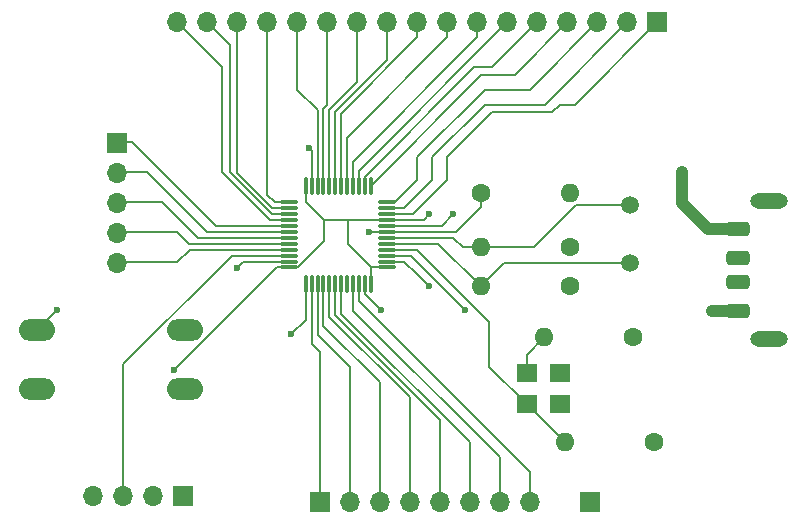
<source format=gbr>
%TF.GenerationSoftware,KiCad,Pcbnew,7.0.10*%
%TF.CreationDate,2024-03-02T18:49:49+09:00*%
%TF.ProjectId,STM32F103x8,53544d33-3246-4313-9033-78382e6b6963,rev?*%
%TF.SameCoordinates,Original*%
%TF.FileFunction,Copper,L1,Top*%
%TF.FilePolarity,Positive*%
%FSLAX46Y46*%
G04 Gerber Fmt 4.6, Leading zero omitted, Abs format (unit mm)*
G04 Created by KiCad (PCBNEW 7.0.10) date 2024-03-02 18:49:49*
%MOMM*%
%LPD*%
G01*
G04 APERTURE LIST*
G04 Aperture macros list*
%AMRoundRect*
0 Rectangle with rounded corners*
0 $1 Rounding radius*
0 $2 $3 $4 $5 $6 $7 $8 $9 X,Y pos of 4 corners*
0 Add a 4 corners polygon primitive as box body*
4,1,4,$2,$3,$4,$5,$6,$7,$8,$9,$2,$3,0*
0 Add four circle primitives for the rounded corners*
1,1,$1+$1,$2,$3*
1,1,$1+$1,$4,$5*
1,1,$1+$1,$6,$7*
1,1,$1+$1,$8,$9*
0 Add four rect primitives between the rounded corners*
20,1,$1+$1,$2,$3,$4,$5,0*
20,1,$1+$1,$4,$5,$6,$7,0*
20,1,$1+$1,$6,$7,$8,$9,0*
20,1,$1+$1,$8,$9,$2,$3,0*%
G04 Aperture macros list end*
%TA.AperFunction,ComponentPad*%
%ADD10R,1.700000X1.700000*%
%TD*%
%TA.AperFunction,ComponentPad*%
%ADD11O,1.700000X1.700000*%
%TD*%
%TA.AperFunction,SMDPad,CuDef*%
%ADD12RoundRect,0.300000X-0.700000X-0.300000X0.700000X-0.300000X0.700000X0.300000X-0.700000X0.300000X0*%
%TD*%
%TA.AperFunction,ComponentPad*%
%ADD13O,3.200000X1.300000*%
%TD*%
%TA.AperFunction,ComponentPad*%
%ADD14C,1.500000*%
%TD*%
%TA.AperFunction,ComponentPad*%
%ADD15O,3.048000X1.850000*%
%TD*%
%TA.AperFunction,SMDPad,CuDef*%
%ADD16R,1.800000X1.540000*%
%TD*%
%TA.AperFunction,ComponentPad*%
%ADD17C,1.600000*%
%TD*%
%TA.AperFunction,ComponentPad*%
%ADD18O,1.600000X1.600000*%
%TD*%
%TA.AperFunction,SMDPad,CuDef*%
%ADD19RoundRect,0.075000X0.662500X0.075000X-0.662500X0.075000X-0.662500X-0.075000X0.662500X-0.075000X0*%
%TD*%
%TA.AperFunction,SMDPad,CuDef*%
%ADD20RoundRect,0.075000X0.075000X0.662500X-0.075000X0.662500X-0.075000X-0.662500X0.075000X-0.662500X0*%
%TD*%
%TA.AperFunction,ViaPad*%
%ADD21C,0.600000*%
%TD*%
%TA.AperFunction,ViaPad*%
%ADD22C,1.000000*%
%TD*%
%TA.AperFunction,Conductor*%
%ADD23C,0.200000*%
%TD*%
%TA.AperFunction,Conductor*%
%ADD24C,1.000000*%
%TD*%
G04 APERTURE END LIST*
D10*
%TO.P,J3,1,Pin_1*%
%TO.N,Net-(J3-Pin_1)*%
X167005000Y-96520000D03*
%TD*%
%TO.P,J2,1,Pin_1*%
%TO.N,Net-(J2-Pin_1)*%
X127000000Y-66045000D03*
D11*
%TO.P,J2,2,Pin_2*%
%TO.N,Net-(J2-Pin_2)*%
X127000000Y-68585000D03*
%TO.P,J2,3,Pin_3*%
%TO.N,Net-(J2-Pin_3)*%
X127000000Y-71125000D03*
%TO.P,J2,4,Pin_4*%
%TO.N,Net-(J2-Pin_4)*%
X127000000Y-73665000D03*
%TO.P,J2,5,Pin_5*%
%TO.N,Net-(J2-Pin_5)*%
X127000000Y-76205000D03*
%TD*%
D12*
%TO.P,J4,1,VBUS*%
%TO.N,Net-(J4-VBUS)*%
X179555000Y-73335000D03*
%TO.P,J4,2,D-*%
%TO.N,unconnected-(J4-D--Pad2)*%
X179555000Y-75835000D03*
%TO.P,J4,3,D+*%
%TO.N,unconnected-(J4-D+-Pad3)*%
X179555000Y-77835000D03*
%TO.P,J4,4,GND*%
%TO.N,GND*%
X179555000Y-80335000D03*
D13*
%TO.P,J4,5,Shield*%
%TO.N,unconnected-(J4-Shield-Pad5)*%
X182155000Y-70985000D03*
X182155000Y-82685000D03*
%TD*%
D14*
%TO.P,Y1,1,1*%
%TO.N,Net-(U1-PD0-OSC_IN)*%
X170434000Y-76254000D03*
%TO.P,Y1,2,2*%
%TO.N,Net-(U1-PD1-OSC_OUT)*%
X170434000Y-71374000D03*
%TD*%
D15*
%TO.P,SW1,1,1*%
%TO.N,Net-(U1-NRST)*%
X132715000Y-86915000D03*
X120215000Y-86915000D03*
%TO.P,SW1,2,2*%
%TO.N,GND*%
X132715000Y-81915000D03*
X120215000Y-81915000D03*
%TD*%
D16*
%TO.P,Y2,1,1*%
%TO.N,Net-(U1-PC14-OSC32_IN)*%
X161668000Y-85528000D03*
%TO.P,Y2,2,2*%
%TO.N,Net-(U1-PC15-OSC32_OUT)*%
X161668000Y-88208000D03*
%TO.P,Y2,3*%
%TO.N,N/C*%
X164468000Y-88208000D03*
%TO.P,Y2,4*%
X164468000Y-85528000D03*
%TD*%
D17*
%TO.P,C5,1*%
%TO.N,Net-(U1-NRST)*%
X157794000Y-70358000D03*
D18*
%TO.P,C5,2*%
%TO.N,GND*%
X165294000Y-70358000D03*
%TD*%
D19*
%TO.P,U1,1,VBAT*%
%TO.N,+3V3*%
X149860000Y-76620000D03*
%TO.P,U1,2,PC13-TAMPER-RTC*%
%TO.N,Net-(J3-Pin_1)*%
X149860000Y-76120000D03*
%TO.P,U1,3,PC14-OSC32_IN*%
%TO.N,Net-(U1-PC14-OSC32_IN)*%
X149860000Y-75620000D03*
%TO.P,U1,4,PC15-OSC32_OUT*%
%TO.N,Net-(U1-PC15-OSC32_OUT)*%
X149860000Y-75120000D03*
%TO.P,U1,5,PD0-OSC_IN*%
%TO.N,Net-(U1-PD0-OSC_IN)*%
X149860000Y-74620000D03*
%TO.P,U1,6,PD1-OSC_OUT*%
%TO.N,Net-(U1-PD1-OSC_OUT)*%
X149860000Y-74120000D03*
%TO.P,U1,7,NRST*%
%TO.N,Net-(U1-NRST)*%
X149860000Y-73620000D03*
%TO.P,U1,8,VSSA*%
%TO.N,GND*%
X149860000Y-73120000D03*
%TO.P,U1,9,VDDA*%
%TO.N,+3V3*%
X149860000Y-72620000D03*
%TO.P,U1,10,PA0-WKUP*%
%TO.N,Net-(J1-Pin_1)*%
X149860000Y-72120000D03*
%TO.P,U1,11,PA1*%
%TO.N,Net-(J1-Pin_2)*%
X149860000Y-71620000D03*
%TO.P,U1,12,PA2*%
%TO.N,Net-(J1-Pin_3)*%
X149860000Y-71120000D03*
D20*
%TO.P,U1,13,PA3*%
%TO.N,Net-(J1-Pin_4)*%
X148447500Y-69707500D03*
%TO.P,U1,14,PA4*%
%TO.N,Net-(J1-Pin_5)*%
X147947500Y-69707500D03*
%TO.P,U1,15,PA5*%
%TO.N,Net-(J1-Pin_6)*%
X147447500Y-69707500D03*
%TO.P,U1,16,PA6*%
%TO.N,Net-(J1-Pin_7)*%
X146947500Y-69707500D03*
%TO.P,U1,17,PA7*%
%TO.N,Net-(J1-Pin_8)*%
X146447500Y-69707500D03*
%TO.P,U1,18,PB0*%
%TO.N,Net-(J1-Pin_9)*%
X145947500Y-69707500D03*
%TO.P,U1,19,PB1*%
%TO.N,Net-(J1-Pin_10)*%
X145447500Y-69707500D03*
%TO.P,U1,20,PB2*%
%TO.N,Net-(J1-Pin_11)*%
X144947500Y-69707500D03*
%TO.P,U1,21,PB10*%
%TO.N,Net-(J1-Pin_12)*%
X144447500Y-69707500D03*
%TO.P,U1,22,PB11*%
%TO.N,Net-(J1-Pin_13)*%
X143947500Y-69707500D03*
%TO.P,U1,23,VSS*%
%TO.N,GND*%
X143447500Y-69707500D03*
%TO.P,U1,24,VDD*%
%TO.N,+3V3*%
X142947500Y-69707500D03*
D19*
%TO.P,U1,25,PB12*%
%TO.N,Net-(J1-Pin_14)*%
X141535000Y-71120000D03*
%TO.P,U1,26,PB13*%
%TO.N,Net-(J1-Pin_15)*%
X141535000Y-71620000D03*
%TO.P,U1,27,PB14*%
%TO.N,Net-(J1-Pin_16)*%
X141535000Y-72120000D03*
%TO.P,U1,28,PB15*%
%TO.N,Net-(J1-Pin_17)*%
X141535000Y-72620000D03*
%TO.P,U1,29,PA8*%
%TO.N,Net-(J2-Pin_1)*%
X141535000Y-73120000D03*
%TO.P,U1,30,PA9*%
%TO.N,Net-(J2-Pin_2)*%
X141535000Y-73620000D03*
%TO.P,U1,31,PA10*%
%TO.N,Net-(J2-Pin_3)*%
X141535000Y-74120000D03*
%TO.P,U1,32,PA11*%
%TO.N,Net-(J2-Pin_4)*%
X141535000Y-74620000D03*
%TO.P,U1,33,PA12*%
%TO.N,Net-(J2-Pin_5)*%
X141535000Y-75120000D03*
%TO.P,U1,34,PA13*%
%TO.N,Net-(J5-Pin_2)*%
X141535000Y-75620000D03*
%TO.P,U1,35,VSS*%
%TO.N,GND*%
X141535000Y-76120000D03*
%TO.P,U1,36,VDD*%
%TO.N,+3V3*%
X141535000Y-76620000D03*
D20*
%TO.P,U1,37,PA14*%
%TO.N,Net-(J5-Pin_3)*%
X142947500Y-78032500D03*
%TO.P,U1,38,PA15*%
%TO.N,Net-(J6-Pin_1)*%
X143447500Y-78032500D03*
%TO.P,U1,39,PB3*%
%TO.N,Net-(J6-Pin_2)*%
X143947500Y-78032500D03*
%TO.P,U1,40,PB4*%
%TO.N,Net-(J6-Pin_3)*%
X144447500Y-78032500D03*
%TO.P,U1,41,PB5*%
%TO.N,Net-(J6-Pin_4)*%
X144947500Y-78032500D03*
%TO.P,U1,42,PB6*%
%TO.N,Net-(J6-Pin_5)*%
X145447500Y-78032500D03*
%TO.P,U1,43,PB7*%
%TO.N,Net-(J6-Pin_6)*%
X145947500Y-78032500D03*
%TO.P,U1,44,BOOT0*%
%TO.N,unconnected-(U1-BOOT0-Pad44)*%
X146447500Y-78032500D03*
%TO.P,U1,45,PB8*%
%TO.N,Net-(J6-Pin_7)*%
X146947500Y-78032500D03*
%TO.P,U1,46,PB9*%
%TO.N,Net-(J6-Pin_8)*%
X147447500Y-78032500D03*
%TO.P,U1,47,VSS*%
%TO.N,GND*%
X147947500Y-78032500D03*
%TO.P,U1,48,VDD*%
%TO.N,+3V3*%
X148447500Y-78032500D03*
%TD*%
D10*
%TO.P,J6,1,Pin_1*%
%TO.N,Net-(J6-Pin_1)*%
X144145000Y-96520000D03*
D11*
%TO.P,J6,2,Pin_2*%
%TO.N,Net-(J6-Pin_2)*%
X146685000Y-96520000D03*
%TO.P,J6,3,Pin_3*%
%TO.N,Net-(J6-Pin_3)*%
X149225000Y-96520000D03*
%TO.P,J6,4,Pin_4*%
%TO.N,Net-(J6-Pin_4)*%
X151765000Y-96520000D03*
%TO.P,J6,5,Pin_5*%
%TO.N,Net-(J6-Pin_5)*%
X154305000Y-96520000D03*
%TO.P,J6,6,Pin_6*%
%TO.N,Net-(J6-Pin_6)*%
X156845000Y-96520000D03*
%TO.P,J6,7,Pin_7*%
%TO.N,Net-(J6-Pin_7)*%
X159385000Y-96520000D03*
%TO.P,J6,8,Pin_8*%
%TO.N,Net-(J6-Pin_8)*%
X161925000Y-96520000D03*
%TD*%
D10*
%TO.P,J5,1,Pin_1*%
%TO.N,GND*%
X132578000Y-96012000D03*
D11*
%TO.P,J5,2,Pin_2*%
%TO.N,Net-(J5-Pin_2)*%
X130038000Y-96012000D03*
%TO.P,J5,3,Pin_3*%
%TO.N,Net-(J5-Pin_3)*%
X127498000Y-96012000D03*
%TO.P,J5,4,Pin_4*%
%TO.N,+3V3*%
X124958000Y-96012000D03*
%TD*%
D10*
%TO.P,J1,1,Pin_1*%
%TO.N,Net-(J1-Pin_1)*%
X172720000Y-55880000D03*
D11*
%TO.P,J1,2,Pin_2*%
%TO.N,Net-(J1-Pin_2)*%
X170180000Y-55880000D03*
%TO.P,J1,3,Pin_3*%
%TO.N,Net-(J1-Pin_3)*%
X167640000Y-55880000D03*
%TO.P,J1,4,Pin_4*%
%TO.N,Net-(J1-Pin_4)*%
X165100000Y-55880000D03*
%TO.P,J1,5,Pin_5*%
%TO.N,Net-(J1-Pin_5)*%
X162560000Y-55880000D03*
%TO.P,J1,6,Pin_6*%
%TO.N,Net-(J1-Pin_6)*%
X160020000Y-55880000D03*
%TO.P,J1,7,Pin_7*%
%TO.N,Net-(J1-Pin_7)*%
X157480000Y-55880000D03*
%TO.P,J1,8,Pin_8*%
%TO.N,Net-(J1-Pin_8)*%
X154940000Y-55880000D03*
%TO.P,J1,9,Pin_9*%
%TO.N,Net-(J1-Pin_9)*%
X152400000Y-55880000D03*
%TO.P,J1,10,Pin_10*%
%TO.N,Net-(J1-Pin_10)*%
X149860000Y-55880000D03*
%TO.P,J1,11,Pin_11*%
%TO.N,Net-(J1-Pin_11)*%
X147320000Y-55880000D03*
%TO.P,J1,12,Pin_12*%
%TO.N,Net-(J1-Pin_12)*%
X144780000Y-55880000D03*
%TO.P,J1,13,Pin_13*%
%TO.N,Net-(J1-Pin_13)*%
X142240000Y-55880000D03*
%TO.P,J1,14,Pin_14*%
%TO.N,Net-(J1-Pin_14)*%
X139700000Y-55880000D03*
%TO.P,J1,15,Pin_15*%
%TO.N,Net-(J1-Pin_15)*%
X137160000Y-55880000D03*
%TO.P,J1,16,Pin_16*%
%TO.N,Net-(J1-Pin_16)*%
X134620000Y-55880000D03*
%TO.P,J1,17,Pin_17*%
%TO.N,Net-(J1-Pin_17)*%
X132080000Y-55880000D03*
%TD*%
D17*
%TO.P,C3,1*%
%TO.N,GND*%
X165294000Y-74930000D03*
D18*
%TO.P,C3,2*%
%TO.N,Net-(U1-PD1-OSC_OUT)*%
X157794000Y-74930000D03*
%TD*%
D17*
%TO.P,C2,1*%
%TO.N,GND*%
X170628000Y-82550000D03*
D18*
%TO.P,C2,2*%
%TO.N,Net-(U1-PC14-OSC32_IN)*%
X163128000Y-82550000D03*
%TD*%
D17*
%TO.P,C4,1*%
%TO.N,GND*%
X165294000Y-78232000D03*
D18*
%TO.P,C4,2*%
%TO.N,Net-(U1-PD0-OSC_IN)*%
X157794000Y-78232000D03*
%TD*%
D17*
%TO.P,C1,1*%
%TO.N,GND*%
X172406000Y-91440000D03*
D18*
%TO.P,C1,2*%
%TO.N,Net-(U1-PC15-OSC32_OUT)*%
X164906000Y-91440000D03*
%TD*%
D21*
%TO.N,+3V3*%
X131826000Y-85344000D03*
X153416000Y-72136000D03*
%TO.N,Net-(J3-Pin_1)*%
X153416000Y-78232000D03*
%TO.N,Net-(U1-PC14-OSC32_IN)*%
X156464000Y-80264000D03*
%TO.N,Net-(U1-NRST)*%
X148336000Y-73660000D03*
%TO.N,GND*%
X121920000Y-80264000D03*
X149352000Y-80264000D03*
D22*
X177363000Y-80335000D03*
D21*
X143256000Y-66548000D03*
X137160000Y-76708000D03*
X155448000Y-72136000D03*
%TO.N,Net-(J4-VBUS)*%
X174752000Y-68580000D03*
%TO.N,Net-(J5-Pin_3)*%
X141732000Y-82296000D03*
%TD*%
D23*
%TO.N,+3V3*%
X144502000Y-72620000D02*
X142947500Y-71065500D01*
X149860000Y-72620000D02*
X146558000Y-72620000D01*
X131826000Y-85344000D02*
X131953000Y-85217000D01*
X153416000Y-72136000D02*
X152932000Y-72620000D01*
X144502000Y-74422910D02*
X142304910Y-76620000D01*
X140550000Y-76620000D02*
X131826000Y-85344000D01*
X142304910Y-76620000D02*
X141535000Y-76620000D01*
X146558000Y-74676000D02*
X148447500Y-76565500D01*
X141535000Y-76620000D02*
X140550000Y-76620000D01*
X144502000Y-72620000D02*
X144502000Y-74422910D01*
X146558000Y-72620000D02*
X146558000Y-74676000D01*
X148447500Y-76565500D02*
X148447500Y-78032500D01*
X152932000Y-72620000D02*
X149860000Y-72620000D01*
X146558000Y-72620000D02*
X144502000Y-72620000D01*
X142947500Y-71065500D02*
X142947500Y-69707500D01*
X148447500Y-76565500D02*
X148502000Y-76620000D01*
X148502000Y-76620000D02*
X149860000Y-76620000D01*
%TO.N,Net-(J3-Pin_1)*%
X149860000Y-76120000D02*
X151304000Y-76120000D01*
X151304000Y-76120000D02*
X152400000Y-77216000D01*
X152400000Y-77216000D02*
X153416000Y-78232000D01*
%TO.N,Net-(U1-PC14-OSC32_IN)*%
X149860000Y-75620000D02*
X151820000Y-75620000D01*
X161668000Y-85528000D02*
X161668000Y-84010000D01*
X161668000Y-85528000D02*
X161668000Y-85214000D01*
X161668000Y-84010000D02*
X163128000Y-82550000D01*
X161668000Y-85214000D02*
X161544000Y-85090000D01*
X151820000Y-75620000D02*
X156464000Y-80264000D01*
%TO.N,Net-(U1-PC15-OSC32_OUT)*%
X161668000Y-88208000D02*
X161674000Y-88208000D01*
X152336000Y-75120000D02*
X158496000Y-81280000D01*
X158496000Y-85036000D02*
X161668000Y-88208000D01*
X161674000Y-88208000D02*
X164906000Y-91440000D01*
X158496000Y-81280000D02*
X158496000Y-85036000D01*
X149860000Y-75120000D02*
X152336000Y-75120000D01*
%TO.N,Net-(U1-PD0-OSC_IN)*%
X159772000Y-76254000D02*
X170434000Y-76254000D01*
X149860000Y-74620000D02*
X154182000Y-74620000D01*
X154182000Y-74620000D02*
X157794000Y-78232000D01*
X157794000Y-78232000D02*
X159772000Y-76254000D01*
%TO.N,Net-(U1-PD1-OSC_OUT)*%
X157794000Y-74930000D02*
X162277635Y-74930000D01*
X155455010Y-74120000D02*
X156265010Y-74930000D01*
X162277635Y-74930000D02*
X165833635Y-71374000D01*
X149860000Y-74120000D02*
X155455010Y-74120000D01*
X165833635Y-71374000D02*
X170434000Y-71374000D01*
X156265010Y-74930000D02*
X157794000Y-74930000D01*
%TO.N,Net-(U1-NRST)*%
X149820000Y-73660000D02*
X149860000Y-73620000D01*
X133260000Y-87590000D02*
X133310000Y-87590000D01*
X148336000Y-73660000D02*
X149820000Y-73660000D01*
X157794000Y-71489370D02*
X157794000Y-70358000D01*
X133310000Y-87590000D02*
X133350000Y-87630000D01*
X149860000Y-73620000D02*
X155663370Y-73620000D01*
X155663370Y-73620000D02*
X157794000Y-71489370D01*
%TO.N,GND*%
X143447500Y-69707500D02*
X143447500Y-66739500D01*
X137668000Y-76200000D02*
X137160000Y-76708000D01*
X154464000Y-73120000D02*
X155448000Y-72136000D01*
X132715000Y-81915000D02*
X131445000Y-81915000D01*
D24*
X179555000Y-80335000D02*
X177363000Y-80335000D01*
D23*
X141535000Y-76120000D02*
X137748000Y-76120000D01*
X147947500Y-78859500D02*
X149352000Y-80264000D01*
X147947500Y-78032500D02*
X147947500Y-78859500D01*
X137748000Y-76120000D02*
X137668000Y-76200000D01*
X143447500Y-66739500D02*
X143256000Y-66548000D01*
X120215000Y-81915000D02*
X121866000Y-80264000D01*
X149860000Y-73120000D02*
X154464000Y-73120000D01*
X121866000Y-80264000D02*
X121920000Y-80264000D01*
%TO.N,Net-(J1-Pin_1)*%
X154940000Y-69215000D02*
X154940000Y-67310000D01*
X163830000Y-63500000D02*
X164465000Y-62865000D01*
X152035000Y-72120000D02*
X154940000Y-69215000D01*
X149860000Y-72120000D02*
X152035000Y-72120000D01*
X165735000Y-62865000D02*
X172720000Y-55880000D01*
X158750000Y-63500000D02*
X163830000Y-63500000D01*
X154940000Y-67310000D02*
X158750000Y-63500000D01*
X164465000Y-62865000D02*
X165735000Y-62865000D01*
%TO.N,Net-(J1-Pin_2)*%
X153670000Y-67310000D02*
X158115000Y-62865000D01*
X158115000Y-62865000D02*
X163195000Y-62865000D01*
X163195000Y-62865000D02*
X170180000Y-55880000D01*
X149860000Y-71620000D02*
X151265000Y-71620000D01*
X151265000Y-71620000D02*
X153670000Y-69215000D01*
X153670000Y-69215000D02*
X153670000Y-67310000D01*
%TO.N,Net-(J1-Pin_3)*%
X149860000Y-71120000D02*
X150495000Y-71120000D01*
X150495000Y-71120000D02*
X152400000Y-69215000D01*
X161925000Y-61595000D02*
X167640000Y-55880000D01*
X158115000Y-61595000D02*
X161925000Y-61595000D01*
X152400000Y-67310000D02*
X158115000Y-61595000D01*
X152400000Y-69215000D02*
X152400000Y-67310000D01*
%TO.N,Net-(J1-Pin_4)*%
X157830000Y-60325000D02*
X160655000Y-60325000D01*
X160655000Y-60325000D02*
X165100000Y-55880000D01*
X148447500Y-69707500D02*
X157830000Y-60325000D01*
%TO.N,Net-(J1-Pin_5)*%
X147947500Y-69707500D02*
X147947500Y-68937590D01*
X158750000Y-59690000D02*
X162560000Y-55880000D01*
X147947500Y-68937590D02*
X157195090Y-59690000D01*
X157195090Y-59690000D02*
X158750000Y-59690000D01*
%TO.N,Net-(J1-Pin_6)*%
X147447500Y-68452500D02*
X160020000Y-55880000D01*
X147447500Y-69707500D02*
X147447500Y-68452500D01*
%TO.N,Net-(J1-Pin_7)*%
X146947500Y-69707500D02*
X146947500Y-67682500D01*
X146947500Y-67682500D02*
X157480000Y-57150000D01*
X157480000Y-57150000D02*
X157480000Y-55880000D01*
%TO.N,Net-(J1-Pin_8)*%
X146447500Y-65642500D02*
X154940000Y-57150000D01*
X154940000Y-57150000D02*
X154940000Y-55880000D01*
X146447500Y-69707500D02*
X146447500Y-65642500D01*
%TO.N,Net-(J2-Pin_5)*%
X141535000Y-75120000D02*
X133160000Y-75120000D01*
X133160000Y-75120000D02*
X132080000Y-76200000D01*
X132080000Y-76200000D02*
X127000000Y-76200000D01*
%TO.N,Net-(J2-Pin_4)*%
X141535000Y-74620000D02*
X133040000Y-74620000D01*
X133040000Y-74620000D02*
X132080000Y-73660000D01*
X132080000Y-73660000D02*
X127000000Y-73660000D01*
%TO.N,Net-(J2-Pin_3)*%
X133810000Y-74120000D02*
X130810000Y-71120000D01*
X130810000Y-71120000D02*
X127000000Y-71120000D01*
X141535000Y-74120000D02*
X133810000Y-74120000D01*
%TO.N,Net-(J2-Pin_2)*%
X129540000Y-68580000D02*
X127000000Y-68580000D01*
X141535000Y-73620000D02*
X134580000Y-73620000D01*
X134580000Y-73620000D02*
X129540000Y-68580000D01*
%TO.N,Net-(J2-Pin_1)*%
X141535000Y-73120000D02*
X135350000Y-73120000D01*
X128270000Y-66040000D02*
X127000000Y-66040000D01*
X135350000Y-73120000D02*
X128270000Y-66040000D01*
%TO.N,Net-(J1-Pin_9)*%
X152400000Y-57150000D02*
X152400000Y-55880000D01*
X145947500Y-69707500D02*
X145947500Y-63602500D01*
X145947500Y-63602500D02*
X152400000Y-57150000D01*
%TO.N,Net-(J1-Pin_10)*%
X145447500Y-63532500D02*
X145415000Y-63500000D01*
X145415000Y-63500000D02*
X149860000Y-59055000D01*
X149860000Y-59055000D02*
X149860000Y-55880000D01*
X145447500Y-69707500D02*
X145447500Y-63532500D01*
%TO.N,Net-(J1-Pin_11)*%
X144947500Y-63332500D02*
X147320000Y-60960000D01*
X147320000Y-60960000D02*
X147320000Y-55880000D01*
X144947500Y-69707500D02*
X144947500Y-63332500D01*
%TO.N,Net-(J1-Pin_12)*%
X144447500Y-69707500D02*
X144447500Y-63197500D01*
X144780000Y-62865000D02*
X144780000Y-55880000D01*
X144447500Y-63197500D02*
X144780000Y-62865000D01*
D24*
%TO.N,Net-(J4-VBUS)*%
X176967000Y-73335000D02*
X174800000Y-71168000D01*
D23*
X179507000Y-73335000D02*
X179324000Y-73152000D01*
X174800000Y-68580000D02*
X174752000Y-68580000D01*
X179555000Y-73335000D02*
X179507000Y-73335000D01*
D24*
X174800000Y-71168000D02*
X174800000Y-68580000D01*
D23*
X179555000Y-72875000D02*
X179555000Y-73335000D01*
D24*
X179555000Y-73335000D02*
X176967000Y-73335000D01*
D23*
%TO.N,Net-(J6-Pin_1)*%
X144145000Y-83820000D02*
X144145000Y-96520000D01*
X143447500Y-78032500D02*
X143447500Y-83122500D01*
X143447500Y-83122500D02*
X144145000Y-83820000D01*
%TO.N,Net-(J5-Pin_2)*%
X127508000Y-84790588D02*
X127508000Y-96012000D01*
X141535000Y-75620000D02*
X136678588Y-75620000D01*
X136678588Y-75620000D02*
X127508000Y-84790588D01*
%TO.N,Net-(J5-Pin_3)*%
X142947500Y-81080500D02*
X141732000Y-82296000D01*
X142947500Y-78032500D02*
X142947500Y-81080500D01*
X142947500Y-78032500D02*
X142875000Y-78105000D01*
%TO.N,Net-(J6-Pin_2)*%
X143947500Y-82352500D02*
X146685000Y-85090000D01*
X146685000Y-85090000D02*
X146685000Y-96520000D01*
X143947500Y-78032500D02*
X143947500Y-82352500D01*
%TO.N,Net-(J1-Pin_13)*%
X143947500Y-69707500D02*
X143947500Y-63302500D01*
X142240000Y-61595000D02*
X142240000Y-55880000D01*
X143947500Y-63302500D02*
X142240000Y-61595000D01*
%TO.N,Net-(J1-Pin_14)*%
X141535000Y-71120000D02*
X140335000Y-71120000D01*
X139700000Y-70485000D02*
X139700000Y-55880000D01*
X140335000Y-71120000D02*
X139700000Y-70485000D01*
%TO.N,Net-(J1-Pin_15)*%
X140130686Y-71620000D02*
X137160000Y-68649314D01*
X137160000Y-68649314D02*
X137160000Y-55880000D01*
X141535000Y-71620000D02*
X140130686Y-71620000D01*
%TO.N,Net-(J1-Pin_16)*%
X141535000Y-72120000D02*
X140065000Y-72120000D01*
X136525000Y-57785000D02*
X134620000Y-55880000D01*
X136525000Y-68580000D02*
X136525000Y-57785000D01*
X140065000Y-72120000D02*
X136525000Y-68580000D01*
%TO.N,Net-(J1-Pin_17)*%
X141535000Y-72620000D02*
X139930000Y-72620000D01*
X135890000Y-68580000D02*
X135890000Y-59690000D01*
X135890000Y-59690000D02*
X132080000Y-55880000D01*
X139930000Y-72620000D02*
X135890000Y-68580000D01*
%TO.N,Net-(J6-Pin_3)*%
X149225000Y-86360000D02*
X149225000Y-96520000D01*
X144447500Y-78032500D02*
X144447500Y-81582500D01*
X144447500Y-81582500D02*
X149225000Y-86360000D01*
%TO.N,Net-(J6-Pin_4)*%
X144947500Y-80812500D02*
X151765000Y-87630000D01*
X144947500Y-78032500D02*
X144947500Y-80812500D01*
X151765000Y-87630000D02*
X151765000Y-96520000D01*
%TO.N,Net-(J6-Pin_5)*%
X154305000Y-89535000D02*
X154305000Y-96520000D01*
X145447500Y-78032500D02*
X145447500Y-80677500D01*
X145447500Y-80677500D02*
X154305000Y-89535000D01*
%TO.N,Net-(J6-Pin_6)*%
X156845000Y-91440000D02*
X156845000Y-96520000D01*
X145947500Y-80542500D02*
X156845000Y-91440000D01*
X145947500Y-78032500D02*
X145947500Y-80542500D01*
%TO.N,Net-(J6-Pin_7)*%
X146947500Y-78032500D02*
X146947500Y-80272500D01*
X159385000Y-92710000D02*
X159385000Y-96520000D01*
X146947500Y-80272500D02*
X159385000Y-92710000D01*
%TO.N,Net-(J6-Pin_8)*%
X161925000Y-93980000D02*
X161925000Y-96520000D01*
X147447500Y-78032500D02*
X147447500Y-79502500D01*
X147447500Y-79502500D02*
X161925000Y-93980000D01*
%TD*%
M02*

</source>
